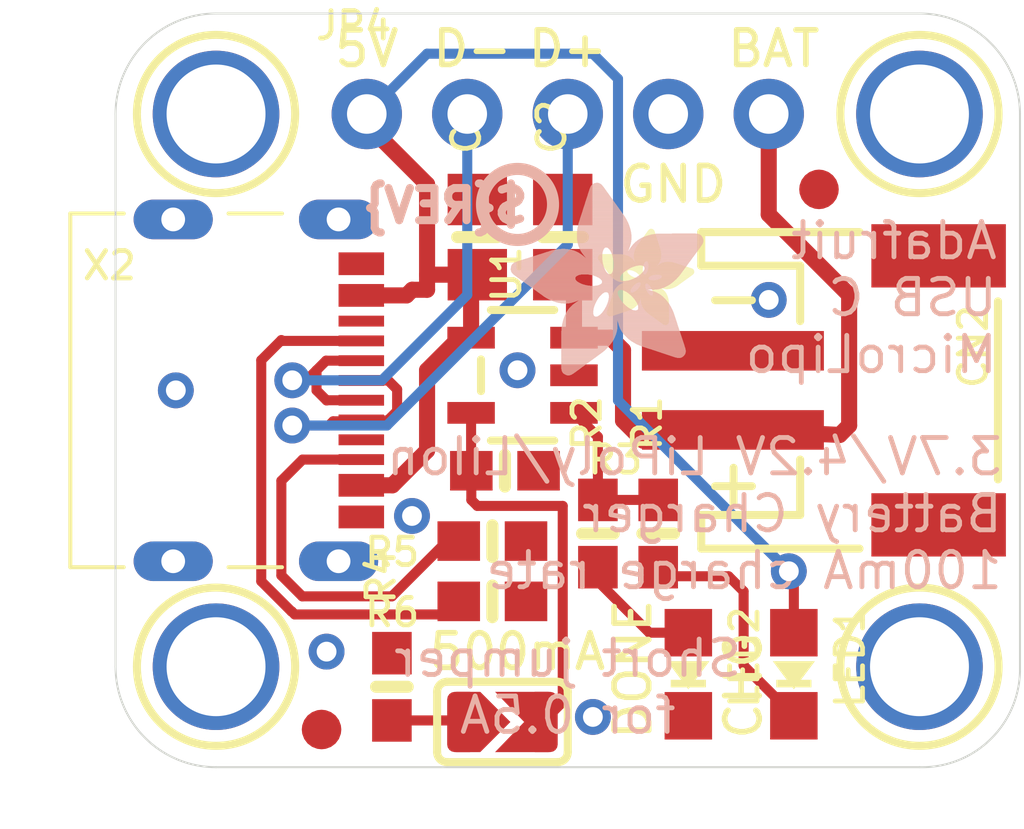
<source format=kicad_pcb>
(kicad_pcb (version 20240108) (generator "pcbnew") (generator_version "8.0")
  (layers (0 "F.Cu" signal) (31 "B.Cu" signal) (34 "B.Paste" user) (35 "F.Paste" user) (36 "B.SilkS" user "B.Silkscreen") (37 "F.SilkS" user "F.Silkscreen") (38 "B.Mask" user) (39 "F.Mask" user) (44 "Edge.Cuts" user))
  (net 0 "")
  (net 1 "GND")
  (net 2 "N$1")
  (net 3 "N$2")
  (net 4 "VBAT")
  (net 5 "N$5")
  (net 6 "N$6")
  (net 7 "N$3")
  (net 8 "D+")
  (net 9 "D-")
  (net 10 "CC1")
  (net 11 "CC2")
  (net 12 "5V")
  (footprint "Adafruit USB C microlipo charger:SOLDERJUMPER_ARROW_NOPASTE" (layer "F.Cu") (at 146.8501 113.385193)
    (property "Reference" "SJ1" (hide yes))
    (property "Value" "")
    (fp_poly (pts (xy 0.201021 0) (xy -0.560979 0.762) (xy -1.1684 0.762) (xy -1.1684 -0.762) (xy -0.560979 -0.762)) (fill solid) (layer "F.Cu"))
    (fp_poly (pts (xy 1.1684 0.762) (xy -0.186831 0.762) (xy 0.548892 0) (xy -0.186831 -0.762) (xy 1.1684 -0.762)) (fill solid) (layer "F.Cu"))
    (pad "1" smd roundrect (at -1.016 0) (size 0.762 1.524) (layers "F.Cu") (net 7 "N$3"))
    (pad "2" smd roundrect (at 1.016 0) (size 0.762 1.524) (layers "F.Cu") (net 5 "N$5"))
  )
  (footprint "Adafruit USB C microlipo charger:FIDUCIAL_1MM" (layer "F.Cu") (at 142.2781 113.575693)
    (property "Reference" "FID1" (hide yes))
    (property "Value" "FIDUCIAL\"\"" (hide yes))
    (pad "1" smd roundrect (at 0 0) (size 1 1) (layers "F.Cu" "F.Mask") (roundrect_rratio 0.5))
  )
  (footprint "Adafruit USB C microlipo charger:0603-NO" (layer "F.Cu") (at 146.5961 108.813193 180)
    (property "Reference" "R5" (at 1.778 0.127 0) (layer "F.SilkS") (effects (font (size 0.692831 0.692831) (thickness 0.119969)) (justify right top)))
    (property "Value" "5.1K")
    (pad "1" smd rect (at -0.85 0 180) (size 1.075 1) (layers "F.Cu" "F.Paste" "F.Mask") (net 1 "GND"))
    (pad "2" smd rect (at 0.85 0 180) (size 1.075 1) (layers "F.Cu" "F.Paste" "F.Mask") (net 11 "CC2"))
  )
  (footprint "Adafruit USB C microlipo charger:0603-NO" (layer "F.Cu") (at 146.9136 107.035193)
    (property "Reference" "R3" (at 2.032 0.127 0) (layer "F.SilkS") (effects (font (size 0.692831 0.692831) (thickness 0.119969)) (justify left bottom)))
    (property "Value" "10K\\")
    (pad "1" smd rect (at -0.85 0) (size 1.075 1) (layers "F.Cu" "F.Paste" "F.Mask") (net 5 "N$5"))
    (pad "2" smd rect (at 0.85 0) (size 1.075 1) (layers "F.Cu" "F.Paste" "F.Mask") (net 1 "GND"))
  )
  (footprint "Adafruit USB C microlipo charger:USB_C_CUSB31-CFM2AX-01-X" (layer "F.Cu") (at 135.9281 105.003193 -90)
    (property "Reference" "X2" (at -2.75 -0.25 0) (layer "F.SilkS") (effects (font (size 0.692831 0.692831) (thickness 0.119969)) (justify left bottom)))
    (property "Value" "")
    (pad "" np_thru_hole circle (at -2.89 -6.28 270) (size 0.65 0.65) (drill 0.65) (layers "*.Cu" "*.Mask"))
    (pad "" np_thru_hole circle (at 2.89 -6.28 270) (size 0.65 0.65) (drill 0.65) (layers "*.Cu" "*.Mask"))
    (pad "A1B12" smd rect (at -3.2 -7.355 270) (size 0.575 1.15) (layers "F.Cu" "F.Paste" "F.Mask") (net 1 "GND"))
    (pad "A4B9" smd rect (at -2.4 -7.355 270) (size 0.575 1.15) (layers "F.Cu" "F.Paste" "F.Mask") (net 12 "5V"))
    (pad "A5" smd rect (at -1.25 -7.355 270) (size 0.275 1.15) (layers "F.Cu" "F.Paste" "F.Mask") (net 10 "CC1"))
    (pad "A6" smd rect (at -0.25 -7.355 270) (size 0.275 1.15) (layers "F.Cu" "F.Paste" "F.Mask") (net 8 "D+"))
    (pad "A7" smd rect (at 0.25 -7.355 270) (size 0.275 1.15) (layers "F.Cu" "F.Paste" "F.Mask") (net 9 "D-"))
    (pad "A8" smd rect (at 1.25 -7.355 270) (size 0.275 1.15) (layers "F.Cu" "F.Paste" "F.Mask"))
    (pad "B1A12" smd rect (at 3.2 -7.355 270) (size 0.575 1.15) (layers "F.Cu" "F.Paste" "F.Mask") (net 1 "GND"))
    (pad "B4A9" smd rect (at 2.4 -7.355 270) (size 0.575 1.15) (layers "F.Cu" "F.Paste" "F.Mask") (net 12 "5V"))
    (pad "B5" smd rect (at 1.75 -7.355 270) (size 0.275 1.15) (layers "F.Cu" "F.Paste" "F.Mask") (net 11 "CC2"))
    (pad "B6" smd rect (at 0.75 -7.355 270) (size 0.275 1.15) (layers "F.Cu" "F.Paste" "F.Mask") (net 8 "D+"))
    (pad "B7" smd rect (at -0.75 -7.355 270) (size 0.275 1.15) (layers "F.Cu" "F.Paste" "F.Mask") (net 9 "D-"))
    (pad "B8" smd rect (at -1.75 -7.355 270) (size 0.275 1.15) (layers "F.Cu" "F.Paste" "F.Mask"))
    (pad "M1" thru_hole oval (at -4.32 -6.78) (size 2 1) (drill 0.6) (layers "*.Cu" "*.Mask"))
    (pad "M2" thru_hole oval (at 4.32 -6.78) (size 2 1) (drill 0.6) (layers "*.Cu" "*.Mask"))
    (pad "M3" thru_hole oval (at -4.32 -2.6) (size 2 1) (drill 0.6) (layers "*.Cu" "*.Mask"))
    (pad "M4" thru_hole oval (at 4.32 -2.6) (size 2 1) (drill 0.6) (layers "*.Cu" "*.Mask"))
  )
  (footprint "Adafruit USB C microlipo charger:CHIPLED_0805_NOOUTLINE" (layer "F.Cu") (at 154.2161 112.178693 180)
    (property "Reference" "LED1" (at -1.016 1.778 90) (layer "F.SilkS") (effects (font (size 0.692831 0.692831) (thickness 0.119969)) (justify right top)))
    (property "Value" "RED")
    (pad "A" smd rect (at 0 1.05 180) (size 1.2 1.2) (layers "F.Cu" "F.Paste" "F.Mask") (net 12 "5V"))
    (pad "C" smd rect (at 0 -1.05 180) (size 1.2 1.2) (layers "F.Cu" "F.Paste" "F.Mask") (net 2 "N$1"))
  )
  (footprint "Adafruit USB C microlipo charger:CHIPLED_0805_NOOUTLINE" (layer "F.Cu") (at 151.5491 112.178693 180)
    (property "Reference" "LED2" (at -1.016 1.778 90) (layer "F.SilkS") (effects (font (size 0.692831 0.692831) (thickness 0.119969)) (justify right top)))
    (property "Value" "GREEN")
    (pad "A" smd rect (at 0 1.05 180) (size 1.2 1.2) (layers "F.Cu" "F.Paste" "F.Mask") (net 6 "N$6"))
    (pad "C" smd rect (at 0 -1.05 180) (size 1.2 1.2) (layers "F.Cu" "F.Paste" "F.Mask") (net 1 "GND"))
  )
  (footprint "Adafruit USB C microlipo charger:0805-NO@1" (layer "F.Cu") (at 148.3741 101.129693 90)
    (property "Reference" "C2" (at 2.032 0.127 90) (layer "F.SilkS") (effects (font (size 0.692831 0.692831) (thickness 0.119969)) (justify left bottom)))
    (property "Value" "10µF")
    (pad "1" smd rect (at -0.95 0 90) (size 1.3 1.5) (layers "F.Cu" "F.Paste" "F.Mask") (net 4 "VBAT"))
    (pad "2" smd rect (at 0.95 0 90) (size 1.3 1.5) (layers "F.Cu" "F.Paste" "F.Mask") (net 1 "GND"))
  )
  (footprint "Adafruit USB C microlipo charger:0603-NO" (layer "F.Cu") (at 149.2631 108.622693 90)
    (property "Reference" "R2" (at 2.032 0.127 90) (layer "F.SilkS") (effects (font (size 0.692831 0.692831) (thickness 0.119969)) (justify left bottom)))
    (property "Value" "470")
    (pad "1" smd rect (at -0.85 0 90) (size 1.075 1) (layers "F.Cu" "F.Paste" "F.Mask") (net 6 "N$6"))
    (pad "2" smd rect (at 0.85 0 90) (size 1.075 1) (layers "F.Cu" "F.Paste" "F.Mask") (net 3 "N$2"))
  )
  (footprint "Adafruit USB C microlipo charger:0603-NO" (layer "F.Cu") (at 150.7871 108.622693 90)
    (property "Reference" "R1" (at 2.032 0.127 90) (layer "F.SilkS") (effects (font (size 0.692831 0.692831) (thickness 0.119969)) (justify left bottom)))
    (property "Value" "470")
    (pad "1" smd rect (at -0.85 0 90) (size 1.075 1) (layers "F.Cu" "F.Paste" "F.Mask") (net 2 "N$1"))
    (pad "2" smd rect (at 0.85 0 90) (size 1.075 1) (layers "F.Cu" "F.Paste" "F.Mask") (net 3 "N$2"))
  )
  (footprint "Adafruit USB C microlipo charger:MOUNTINGHOLE_2.5_PLATED" (layer "F.Cu") (at 157.3911 111.988193)
    (property "Reference" "U$9" (hide yes))
    (property "Value" "MOUNTINGHOLE2.5" (hide yes))
    (pad "P$1" thru_hole circle (at 0 0) (size 3.2 3.2) (drill 2.5) (layers "*.Cu" "*.Mask"))
  )
  (footprint "Adafruit USB C microlipo charger:FIDUCIAL_1MM" (layer "F.Cu") (at 154.8511 99.923193)
    (property "Reference" "FID2" (hide yes))
    (property "Value" "FIDUCIAL\"\"" (hide yes))
    (pad "1" smd roundrect (at 0 0) (size 1 1) (layers "F.Cu" "F.Mask") (roundrect_rratio 0.5))
  )
  (footprint "Adafruit USB C microlipo charger:SOT23-5" (layer "F.Cu") (at 147.3581 104.622193 90)
    (property "Reference" "U1" (at 1.778 0 90) (layer "F.SilkS") (effects (font (size 0.692831 0.692831) (thickness 0.119969)) (justify left bottom)))
    (property "Value" "MCP73831T-2ACI/OT")
    (pad "1" smd rect (at -0.95 1.3001 90) (size 0.55 1.2) (layers "F.Cu" "F.Paste" "F.Mask") (net 3 "N$2"))
    (pad "2" smd rect (at 0 1.3001 90) (size 0.55 1.2) (layers "F.Cu" "F.Paste" "F.Mask") (net 1 "GND"))
    (pad "3" smd rect (at 0.95 1.3001 90) (size 0.55 1.2) (layers "F.Cu" "F.Paste" "F.Mask") (net 4 "VBAT"))
    (pad "4" smd rect (at 0.95 -1.3001 90) (size 0.55 1.2) (layers "F.Cu" "F.Paste" "F.Mask") (net 12 "5V"))
    (pad "5" smd rect (at -0.95 -1.3001 90) (size 0.55 1.2) (layers "F.Cu" "F.Paste" "F.Mask") (net 5 "N$5"))
  )
  (footprint "Adafruit USB C microlipo charger:0603-NO" (layer "F.Cu") (at 144.0561 112.496193 90)
    (property "Reference" "R4" (at 2.032 0.127 90) (layer "F.SilkS") (effects (font (size 0.692831 0.692831) (thickness 0.119969)) (justify left bottom)))
    (property "Value" "2.2K")
    (pad "1" smd rect (at -0.85 0 90) (size 1.075 1) (layers "F.Cu" "F.Paste" "F.Mask") (net 7 "N$3"))
    (pad "2" smd rect (at 0.85 0 90) (size 1.075 1) (layers "F.Cu" "F.Paste" "F.Mask") (net 1 "GND"))
  )
  (footprint "Adafruit USB C microlipo charger:MOUNTINGHOLE_2.5_PLATED" (layer "F.Cu") (at 157.3911 98.018193)
    (property "Reference" "U$10" (hide yes))
    (property "Value" "MOUNTINGHOLE2.5" (hide yes))
    (pad "P$1" thru_hole circle (at 0 0) (size 3.2 3.2) (drill 2.5) (layers "*.Cu" "*.Mask"))
  )
  (footprint "Adafruit USB C microlipo charger:ADAFRUIT_2.5MM" (layer "F.Cu") (at 149.2631 103.352193)
    (property "Reference" "U$2" (hide yes))
    (property "Value" "" (hide yes))
  )
  (footprint "Adafruit USB C microlipo charger:0805-NO@1" (layer "F.Cu") (at 146.2151 101.129693 90)
    (property "Reference" "C1" (at 2.032 0.127 90) (layer "F.SilkS") (effects (font (size 0.692831 0.692831) (thickness 0.119969)) (justify left bottom)))
    (property "Value" "10µF")
    (pad "1" smd rect (at -0.95 0 90) (size 1.3 1.5) (layers "F.Cu" "F.Paste" "F.Mask") (net 12 "5V"))
    (pad "2" smd rect (at 0.95 0 90) (size 1.3 1.5) (layers "F.Cu" "F.Paste" "F.Mask") (net 1 "GND"))
  )
  (footprint "Adafruit USB C microlipo charger:0603-NO" (layer "F.Cu") (at 146.5961 110.337193 180)
    (property "Reference" "R6" (at 1.778 0.127 0) (layer "F.SilkS") (effects (font (size 0.692831 0.692831) (thickness 0.119969)) (justify right top)))
    (property "Value" "5.1K")
    (pad "1" smd rect (at -0.85 0 180) (size 1.075 1) (layers "F.Cu" "F.Paste" "F.Mask") (net 1 "GND"))
    (pad "2" smd rect (at 0.85 0 180) (size 1.075 1) (layers "F.Cu" "F.Paste" "F.Mask") (net 10 "CC1"))
  )
  (footprint "Adafruit USB C microlipo charger:MOUNTINGHOLE_2.5_PLATED" (layer "F.Cu") (at 139.6111 98.018193)
    (property "Reference" "U$12" (hide yes))
    (property "Value" "MOUNTINGHOLE2.5" (hide yes))
    (pad "P$1" thru_hole circle (at 0 0) (size 3.2 3.2) (drill 2.5) (layers "*.Cu" "*.Mask"))
  )
  (footprint "Adafruit USB C microlipo charger:MOUNTINGHOLE_2.5_PLATED" (layer "F.Cu") (at 139.6111 111.988193)
    (property "Reference" "U$11" (hide yes))
    (property "Value" "MOUNTINGHOLE2.5" (hide yes))
    (pad "P$1" thru_hole circle (at 0 0) (size 3.2 3.2) (drill 2.5) (layers "*.Cu" "*.Mask"))
  )
  (footprint "Adafruit USB C microlipo charger:1X05_ROUND_70" (layer "F.Cu") (at 148.5011 98.018193)
    (property "Reference" "JP4" (at -6.4262 -1.8288 0) (layer "F.SilkS") (effects (font (size 0.692831 0.692831) (thickness 0.119969)) (justify left bottom)))
    (property "Value" "")
    (pad "1" thru_hole circle (at -5.08 0 90) (size 1.778 1.778) (drill 1) (layers "*.Cu" "*.Mask") (net 12 "5V"))
    (pad "2" thru_hole circle (at -2.54 0 90) (size 1.778 1.778) (drill 1) (layers "*.Cu" "*.Mask") (net 9 "D-"))
    (pad "3" thru_hole circle (at 0 0 90) (size 1.778 1.778) (drill 1) (layers "*.Cu" "*.Mask") (net 8 "D+"))
    (pad "4" thru_hole circle (at 2.54 0 90) (size 1.778 1.778) (drill 1) (layers "*.Cu" "*.Mask") (net 1 "GND"))
    (pad "5" thru_hole circle (at 5.08 0 90) (size 1.778 1.778) (drill 1) (layers "*.Cu" "*.Mask") (net 4 "VBAT"))
  )
  (footprint "Adafruit USB C microlipo charger:JSTPH2" (layer "F.Cu") (at 156.3751 105.003193 -90)
    (property "Reference" "CN2" (at -2.2225 -1.9685 90) (layer "F.SilkS") (effects (font (size 0.692831 0.692831) (thickness 0.119969)) (justify right top)))
    (property "Value" "JSTPH")
    (pad "1" smd rect (at -1 3.7 270) (size 1 4.6) (layers "F.Cu" "F.Paste" "F.Mask") (net 1 "GND"))
    (pad "2" smd rect (at 1 3.7 270) (size 1 4.6) (layers "F.Cu" "F.Paste" "F.Mask") (net 4 "VBAT"))
    (pad "NC1" smd rect (at -3.4 -1.5) (size 3.4 1.6) (layers "F.Cu" "F.Paste" "F.Mask"))
    (pad "NC2" smd rect (at 3.4 -1.5) (size 3.4 1.6) (layers "F.Cu" "F.Paste" "F.Mask"))
  )
  (footprint "Adafruit USB C microlipo charger:ADAFRUIT_5MM" (layer "B.Cu") (at 151.9301 104.622193 180)
    (property "Reference" "U$13" (hide yes))
    (property "Value" "" (hide yes))
  )
  (footprint "Adafruit USB C microlipo charger:PCBFEAT-REV-040" (layer "B.Cu") (at 147.2311 100.304193 180)
    (property "Reference" "U$16" (hide yes))
    (property "Value" "" (hide yes))
    (fp_text user "${REV}" (at -0.3556 -0.508 0) (layer "B.SilkS") (effects (font (size 0.8128 0.8128) (thickness 0.2032)) (justify left bottom mirror)))
  )
  (gr_line (start 137.0711 111.988193) (end 137.0711 98.018193) (stroke (width 0.05)) (layer "Edge.Cuts"))
  (gr_line (start 139.6111 95.478193) (end 157.3911 95.478193) (stroke (width 0.05)) (layer "Edge.Cuts"))
  (gr_line (start 157.3911 114.528193) (end 139.6111 114.528193) (stroke (width 0.05)) (layer "Edge.Cuts"))
  (gr_line (start 159.9311 98.018193) (end 159.9311 112.115193) (stroke (width 0.05)) (layer "Edge.Cuts"))
  (gr_arc (start 159.9311 112.115193) (mid 159.160849 113.847744) (end 157.3911 114.528193) (stroke (width 0.05)) (layer "Edge.Cuts"))
  (gr_arc (start 157.3911 95.478193) (mid 159.187151 96.222142) (end 159.9311 98.018193) (stroke (width 0.05)) (layer "Edge.Cuts"))
  (gr_arc (start 139.6111 114.528193) (mid 137.815049 113.784244) (end 137.0711 111.988193) (stroke (width 0.05)) (layer "Edge.Cuts"))
  (gr_arc (start 137.0711 98.018193) (mid 137.815049 96.222142) (end 139.6111 95.478193) (stroke (width 0.05)) (layer "Edge.Cuts"))
  (gr_text "Short jumper\nfor 0.5A" (at 148.5011 112.496193 0) (layer "B.SilkS") (effects (font (size 0.89408 0.89408) (thickness 0.12192)) (justify mirror)))
  (gr_text "Adafruit\nUSB C\nMicroLipo" (at 159.4231 104.622193 0) (layer "B.SilkS") (effects (font (size 0.89408 0.89408) (thickness 0.12192)) (justify left bottom mirror)))
  (gr_text "" (at 154.4701 109.194193 0) (layer "B.SilkS") (effects (font (size 0.89408 0.89408) (thickness 0.12192)) (justify left bottom mirror)))
  (gr_text "3.7V/4.2V LiPoly/LiIon\nBattery Charger\n100mA charge rate" (at 159.5501 110.083193 0) (layer "B.SilkS") (effects (font (size 0.89408 0.89408) (thickness 0.12192)) (justify left bottom mirror)))
  (gr_text "+" (at 151.8031 108.051193 0) (layer "F.SilkS") (effects (font (size 1.223264 1.223264) (thickness 0.199136)) (justify left bottom)))
  (gr_text "GND" (at 151.1681 99.796193 0) (layer "F.SilkS") (effects (font (size 0.87376 0.87376) (thickness 0.14224))))
  (gr_text "5V" (at 143.4211 96.367193 0) (layer "F.SilkS") (effects (font (size 0.87376 0.87376) (thickness 0.14224))))
  (gr_text "500mA" (at 147.2311 111.607193 0) (layer "F.SilkS") (effects (font (size 0.87376 0.87376) (thickness 0.14224))))
  (gr_text "D+" (at 148.5011 96.367193 0) (layer "F.SilkS") (effects (font (size 0.87376 0.87376) (thickness 0.14224))))
  (gr_text "DONE" (at 150.6601 113.893193 90) (layer "F.SilkS") (effects (font (size 0.87376 0.87376) (thickness 0.14224)) (justify left bottom)))
  (gr_text "BAT" (at 153.7081 96.367193 0) (layer "F.SilkS") (effects (font (size 0.87376 0.87376) (thickness 0.14224))))
  (gr_text "CHG" (at 153.4541 113.893193 90) (layer "F.SilkS") (effects (font (size 0.87376 0.87376) (thickness 0.14224)) (justify left bottom)))
  (gr_text "D-" (at 146.0881 96.367193 0) (layer "F.SilkS") (effects (font (size 0.87376 0.87376) (thickness 0.14224))))
  (gr_text "-" (at 151.8031 103.352193 0) (layer "F.SilkS") (effects (font (size 1.223264 1.223264) (thickness 0.199136)) (justify left bottom)))
  (via (at 144.5641 108.178193) (size 0.9064) (drill 0.5) (layers "F.Cu" "B.Cu") (net 1))
  (via (at 147.2311 104.495193) (size 0.9064) (drill 0.5) (layers "F.Cu" "B.Cu") (net 1))
  (via (at 142.4051 111.607193) (size 0.9064) (drill 0.5) (layers "F.Cu" "B.Cu") (net 1))
  (via (at 138.5951 105.003193) (size 0.9064) (drill 0.5) (layers "F.Cu" "B.Cu") (net 1))
  (via (at 153.5811 102.717193) (size 0.9064) (drill 0.5) (layers "F.Cu" "B.Cu") (net 1))
  (via (at 149.1361 113.258193) (size 0.9064) (drill 0.5) (layers "F.Cu" "B.Cu") (net 1))
  (segment (start 152.9461 111.958693) (end 154.2161 113.228693) (width 0.254) (layer "F.Cu") (net 2))
  (segment (start 150.7871 109.472693) (end 151.0166 109.702193) (width 0.254) (layer "F.Cu") (net 2))
  (segment (start 151.0166 109.702193) (end 152.5651 109.702193) (width 0.254) (layer "F.Cu") (net 2))
  (segment (start 152.5651 109.702193) (end 152.9461 110.083193) (width 0.254) (layer "F.Cu") (net 2))
  (segment (start 152.9461 110.083193) (end 152.9461 111.958693) (width 0.254) (layer "F.Cu") (net 2))
  (segment (start 148.6582 105.572193) (end 149.2631 106.177093) (width 0.254) (layer "F.Cu") (net 3))
  (segment (start 149.2631 107.772693) (end 150.7871 107.772693) (width 0.254) (layer "F.Cu") (net 3))
  (segment (start 149.2631 106.177093) (end 149.2631 107.772693) (width 0.254) (layer "F.Cu") (net 3))
  (segment (start 149.8981 105.765193) (end 150.4061 106.273193) (width 0.4064) (layer "F.Cu") (net 4))
  (segment (start 148.6582 103.672193) (end 148.6582 102.363793) (width 0.4064) (layer "F.Cu") (net 4))
  (segment (start 149.5831 103.672193) (end 149.8981 103.987193) (width 0.4064) (layer "F.Cu") (net 4))
  (segment (start 152.6751 106.003193) (end 155.3751 106.130193) (width 0.4064) (layer "F.Cu") (net 4))
  (segment (start 150.4061 106.273193) (end 152.5321 106.273193) (width 0.4064) (layer "F.Cu") (net 4))
  (segment (start 155.3751 106.130193) (end 155.6131 105.892193) (width 0.4064) (layer "F.Cu") (net 4))
  (segment (start 155.6131 102.590193) (end 153.5811 100.558193) (width 0.4064) (layer "F.Cu") (net 4))
  (segment (start 148.6582 102.363793) (end 148.3741 102.079693) (width 0.4064) (layer "F.Cu") (net 4))
  (segment (start 152.5321 106.273193) (end 152.6751 106.003193) (width 0.4064) (layer "F.Cu") (net 4))
  (segment (start 153.5811 100.558193) (end 153.5811 98.018193) (width 0.4064) (layer "F.Cu") (net 4))
  (segment (start 148.6582 103.672193) (end 149.5831 103.672193) (width 0.4064) (layer "F.Cu") (net 4))
  (segment (start 149.8981 103.987193) (end 149.8981 105.765193) (width 0.4064) (layer "F.Cu") (net 4))
  (segment (start 155.6131 105.892193) (end 155.6131 102.590193) (width 0.4064) (layer "F.Cu") (net 4))
  (segment (start 148.3741 107.924193) (end 148.3741 112.877193) (width 0.254) (layer "F.Cu") (net 5))
  (segment (start 146.2151 107.924193) (end 148.3741 107.924193) (width 0.254) (layer "F.Cu") (net 5))
  (segment (start 146.0636 107.035193) (end 146.0636 107.772693) (width 0.254) (layer "F.Cu") (net 5))
  (segment (start 146.058 107.029593) (end 146.0636 107.035193) (width 0.254) (layer "F.Cu") (net 5))
  (segment (start 146.0636 107.772693) (end 146.2151 107.924193) (width 0.254) (layer "F.Cu") (net 5))
  (segment (start 148.3741 112.877193) (end 147.8661 113.385193) (width 0.254) (layer "F.Cu") (net 5))
  (segment (start 146.058 105.572193) (end 146.058 107.029593) (width 0.254) (layer "F.Cu") (net 5))
  (segment (start 150.5626 111.128693) (end 151.5491 111.128693) (width 0.254) (layer "F.Cu") (net 6))
  (segment (start 149.2631 109.829193) (end 150.5626 111.128693) (width 0.254) (layer "F.Cu") (net 6))
  (segment (start 149.2631 109.472693) (end 149.2631 109.829193) (width 0.254) (layer "F.Cu") (net 6))
  (segment (start 146.2151 113.385193) (end 145.8341 113.385193) (width 0.254) (layer "F.Cu") (net 7))
  (segment (start 146.2541 113.346193) (end 146.2151 113.385193) (width 0.254) (layer "F.Cu") (net 7))
  (segment (start 144.0561 113.346193) (end 146.2541 113.346193) (width 0.254) (layer "F.Cu") (net 7))
  (segment (start 143.962575 104.753193) (end 144.1883 104.978918) (width 0.254) (layer "F.Cu") (net 8))
  (segment (start 142.571325 105.785493) (end 142.464625 105.892193) (width 0.254) (layer "F.Cu") (net 8))
  (segment (start 144.1883 105.527468) (end 143.9291 105.786668) (width 0.254) (layer "F.Cu") (net 8))
  (segment (start 144.1883 104.978918) (end 144.1883 105.527468) (width 0.254) (layer "F.Cu") (net 8))
  (segment (start 142.464625 105.892193) (end 141.5375 105.892193) (width 0.254) (layer "F.Cu") (net 8))
  (segment (start 143.9291 105.765193) (end 143.2951 105.765193) (width 0.254) (layer "F.Cu") (net 8))
  (segment (start 143.2831 104.753193) (end 143.962575 104.753193) (width 0.254) (layer "F.Cu") (net 8))
  (segment (start 143.2508 105.785493) (end 142.571325 105.785493) (width 0.254) (layer "F.Cu") (net 8))
  (segment (start 143.2831 105.753193) (end 143.2508 105.785493) (width 0.254) (layer "F.Cu") (net 8))
  (segment (start 143.9291 105.786668) (end 143.9291 105.765193) (width 0.254) (layer "F.Cu") (net 8))
  (segment (start 143.2831 105.753193) (end 143.2951 105.765193) (width 0.254) (layer "F.Cu") (net 8))
  (via (at 141.5375 105.892193) (size 0.9064) (drill 0.5) (layers "F.Cu" "B.Cu") (net 8))
  (segment (start 141.5375 105.892193) (end 143.9291 105.892193) (width 0.254) (layer "B.Cu") (net 8))
  (segment (start 148.5011 101.320193) (end 148.5011 98.018193) (width 0.254) (layer "B.Cu") (net 8))
  (segment (start 143.9291 105.892193) (end 148.5011 101.320193) (width 0.254) (layer "B.Cu") (net 8))
  (segment (start 141.8971 104.749193) (end 141.5375 104.749193) (width 0.254) (layer "F.Cu") (net 9))
  (segment (start 142.1511 105.003193) (end 142.4051 105.257193) (width 0.254) (layer "F.Cu") (net 9))
  (segment (start 142.4051 105.257193) (end 142.4091 105.253193) (width 0.254) (layer "F.Cu") (net 9))
  (segment (start 143.2831 104.253193) (end 142.3931 104.253193) (width 0.254) (layer "F.Cu") (net 9))
  (segment (start 142.1511 104.495193) (end 141.8971 104.749193) (width 0.254) (layer "F.Cu") (net 9))
  (segment (start 142.1511 104.495193) (end 142.1511 105.003193) (width 0.254) (layer "F.Cu") (net 9))
  (segment (start 142.3931 104.253193) (end 142.1511 104.495193) (width 0.254) (layer "F.Cu") (net 9))
  (segment (start 142.4091 105.253193) (end 143.2831 105.253193) (width 0.254) (layer "F.Cu") (net 9))
  (via (at 141.5375 104.749193) (size 0.9064) (drill 0.5) (layers "F.Cu" "B.Cu") (net 9))
  (segment (start 141.5375 104.749193) (end 143.8021 104.749193) (width 0.254) (layer "B.Cu") (net 9))
  (segment (start 143.8021 104.749193) (end 145.9611 102.590193) (width 0.254) (layer "B.Cu") (net 9))
  (segment (start 145.9611 102.590193) (end 145.9611 98.018193) (width 0.254) (layer "B.Cu") (net 9))
  (segment (start 140.7541 109.829193) (end 140.7541 104.241193) (width 0.254) (layer "F.Cu") (net 10))
  (segment (start 140.7541 104.241193) (end 141.2621 103.733193) (width 0.254) (layer "F.Cu") (net 10))
  (segment (start 141.2821 103.753193) (end 143.2831 103.753193) (width 0.254) (layer "F.Cu") (net 10))
  (segment (start 141.2621 103.733193) (end 141.2821 103.753193) (width 0.254) (layer "F.Cu") (net 10))
  (segment (start 145.4159 110.667393) (end 141.601268 110.667393) (width 0.254) (layer "F.Cu") (net 10))
  (segment (start 141.601268 110.667393) (end 141.525068 110.591193) (width 0.254) (layer "F.Cu") (net 10))
  (segment (start 141.5161 110.591193) (end 140.7541 109.829193) (width 0.254) (layer "F.Cu") (net 10))
  (segment (start 145.7461 110.337193) (end 145.4159 110.667393) (width 0.254) (layer "F.Cu") (net 10))
  (segment (start 141.525068 110.591193) (end 141.5161 110.591193) (width 0.254) (layer "F.Cu") (net 10))
  (segment (start 141.2621 107.289193) (end 141.7981 106.753193) (width 0.254) (layer "F.Cu") (net 11))
  (segment (start 141.79065 110.210193) (end 141.2621 109.681643) (width 0.254) (layer "F.Cu") (net 11))
  (segment (start 145.4531 108.813193) (end 144.0561 110.210193) (width 0.254) (layer "F.Cu") (net 11))
  (segment (start 144.0561 110.210193) (end 141.79065 110.210193) (width 0.254) (layer "F.Cu") (net 11))
  (segment (start 141.2621 109.681643) (end 141.2621 107.289193) (width 0.254) (layer "F.Cu") (net 11))
  (segment (start 141.7981 106.753193) (end 143.2831 106.753193) (width 0.254) (layer "F.Cu") (net 11))
  (segment (start 145.7461 108.813193) (end 145.4531 108.813193) (width 0.254) (layer "F.Cu") (net 11))
  (segment (start 144.9451 102.460693) (end 144.9451 102.079693) (width 0.4064) (layer "F.Cu") (net 12))
  (segment (start 144.9451 102.079693) (end 144.9451 99.796193) (width 0.4064) (layer "F.Cu") (net 12))
  (segment (start 144.9451 106.527193) (end 144.9451 104.495193) (width 0.4064) (layer "F.Cu") (net 12))
  (segment (start 154.2161 109.702193) (end 154.0891 109.575193) (width 0.254) (layer "F.Cu") (net 12))
  (segment (start 144.5686 102.460693) (end 144.4261 102.603193) (width 0.4064) (layer "F.Cu") (net 12))
  (segment (start 144.5686 102.460693) (end 144.9451 102.460693) (width 0.4064) (layer "F.Cu") (net 12))
  (segment (start 145.7681 103.672193) (end 146.058 103.672193) (width 0.4064) (layer "F.Cu") (net 12))
  (segment (start 143.2831 107.403193) (end 144.0691 107.403193) (width 0.4064) (layer "F.Cu") (net 12))
  (segment (start 144.0691 107.403193) (end 144.9451 106.527193) (width 0.4064) (layer "F.Cu") (net 12))
  (segment (start 143.4211 98.272193) (end 143.4211 98.018193) (width 0.4064) (layer "F.Cu") (net 12))
  (segment (start 144.9451 102.079693) (end 146.2151 102.079693) (width 0.4064) (layer "F.Cu") (net 12))
  (segment (start 146.2151 102.079693) (end 146.058 102.236793) (width 0.4064) (layer "F.Cu") (net 12))
  (segment (start 143.2831 102.603193) (end 144.4261 102.603193) (width 0.4064) (layer "F.Cu") (net 12))
  (segment (start 144.9451 99.796193) (end 143.4211 98.272193) (width 0.4064) (layer "F.Cu") (net 12))
  (segment (start 154.2161 111.128693) (end 154.2161 109.702193) (width 0.254) (layer "F.Cu") (net 12))
  (segment (start 146.058 103.672193) (end 146.058 102.236793) (width 0.4064) (layer "F.Cu") (net 12))
  (segment (start 144.9451 104.495193) (end 145.7681 103.672193) (width 0.4064) (layer "F.Cu") (net 12))
  (via (at 154.0891 109.575193) (size 0.9064) (drill 0.5) (layers "F.Cu" "B.Cu") (net 12))
  (segment (start 154.0891 109.575193) (end 149.7711 105.257193) (width 0.254) (layer "B.Cu") (net 12))
  (segment (start 149.7711 97.129193) (end 149.1361 96.494193) (width 0.254) (layer "B.Cu") (net 12))
  (segment (start 149.7711 105.257193) (end 149.7711 97.129193) (width 0.254) (layer "B.Cu") (net 12))
  (segment (start 144.9451 96.494193) (end 143.4211 98.018193) (width 0.254) (layer "B.Cu") (net 12))
  (segment (start 149.1361 96.494193) (end 144.9451 96.494193) (width 0.254) (layer "B.Cu") (net 12))
)
</source>
